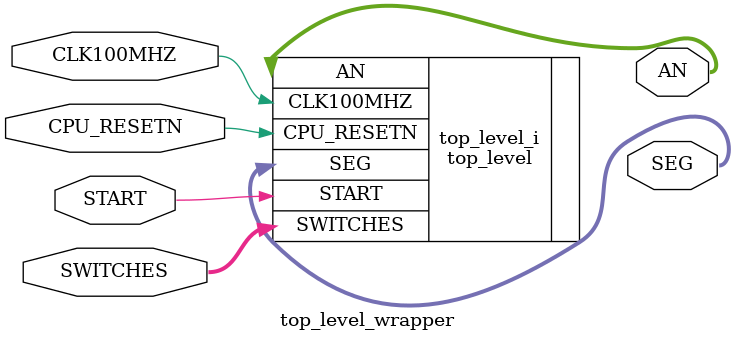
<source format=v>
`timescale 1 ps / 1 ps

module top_level_wrapper
   (AN,
    CLK100MHZ,
    CPU_RESETN,
    SEG,
    START,
    SWITCHES);
  output [7:0]AN;
  input CLK100MHZ;
  input CPU_RESETN;
  output [7:0]SEG;
  input START;
  input [3:0]SWITCHES;

  wire [7:0]AN;
  wire CLK100MHZ;
  wire CPU_RESETN;
  wire [7:0]SEG;
  wire START;
  wire [3:0]SWITCHES;

  top_level top_level_i
       (.AN(AN),
        .CLK100MHZ(CLK100MHZ),
        .CPU_RESETN(CPU_RESETN),
        .SEG(SEG),
        .START(START),
        .SWITCHES(SWITCHES));
endmodule

</source>
